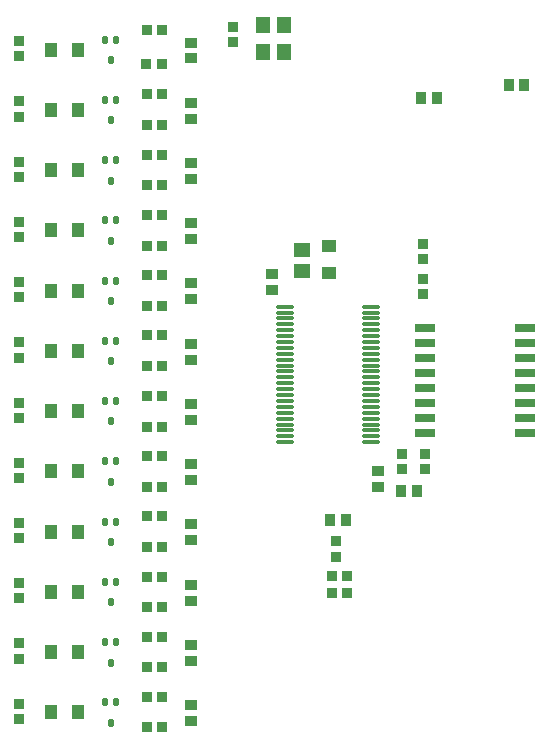
<source format=gtp>
%FSLAX23Y23*%
%MOIN*%
%SFA1B1*%

%IPPOS*%
%AMD17*
4,1,8,0.004900,0.014800,-0.004900,0.014800,-0.009800,0.009800,-0.009800,-0.009800,-0.004900,-0.014800,0.004900,-0.014800,0.009800,-0.009800,0.009800,0.009800,0.004900,0.014800,0.0*
1,1,0.009840,0.004900,0.009800*
1,1,0.009840,-0.004900,0.009800*
1,1,0.009840,-0.004900,-0.009800*
1,1,0.009840,0.004900,-0.009800*
%
G04~CAMADD=17~8~0.0~0.0~196.8~295.3~49.2~0.0~15~0.0~0.0~0.0~0.0~0~0.0~0.0~0.0~0.0~0~0.0~0.0~0.0~0.0~196.8~295.3*
%ADD17D17*%
%ADD18R,0.033470X0.037400*%
%ADD19R,0.037400X0.033470*%
%ADD20R,0.045280X0.053150*%
%ADD21R,0.035430X0.039370*%
%ADD22R,0.039370X0.035430*%
%ADD23R,0.053150X0.045280*%
%ADD24R,0.065750X0.029920*%
%ADD25R,0.051180X0.043310*%
%ADD26O,0.062990X0.013390*%
%ADD27R,0.043310X0.051180*%
%LNbms-1*%
%LPD*%
G54D17*
X798Y407D03*
X759D03*
X779Y338D03*
X798Y607D03*
X759D03*
X779Y539D03*
X798Y808D03*
X759D03*
X779Y740D03*
X798Y1009D03*
X759D03*
X779Y941D03*
X798Y1210D03*
X759D03*
X779Y1142D03*
Y1342D03*
X759Y1411D03*
X798D03*
Y1611D03*
X759D03*
X779Y1543D03*
X798Y1812D03*
X759D03*
X779Y1744D03*
X798Y2013D03*
X759D03*
X779Y1945D03*
X798Y2414D03*
X759D03*
X779Y2346D03*
X798Y2214D03*
X759D03*
X779Y2146D03*
X798Y206D03*
X759D03*
X779Y138D03*
G54D18*
X949Y2335D03*
X898D03*
X1567Y569D03*
X1516D03*
X1567Y627D03*
X1516D03*
X899Y2446D03*
X950D03*
X899Y2232D03*
X950D03*
X899Y2129D03*
X950D03*
X899Y2031D03*
X950D03*
X899Y1929D03*
X950D03*
X899Y1830D03*
X950D03*
X899Y1728D03*
X950D03*
X899Y1629D03*
X950D03*
X899Y1527D03*
X950D03*
X899Y1429D03*
X950D03*
X899Y1326D03*
X950D03*
X899Y1125D03*
X950D03*
X899Y1228D03*
X950D03*
X899Y1027D03*
X950D03*
X899Y925D03*
X950D03*
X899Y826D03*
X950D03*
X899Y724D03*
X950D03*
X899Y625D03*
X950D03*
X899Y523D03*
X950D03*
X899Y425D03*
X950D03*
X899Y322D03*
X950D03*
X899Y224D03*
X950D03*
X899Y122D03*
X950D03*
G54D19*
X1187Y2407D03*
Y2458D03*
X1531Y743D03*
Y691D03*
X1825Y1035D03*
Y984D03*
X1749Y1035D03*
Y984D03*
X1821Y1682D03*
Y1733D03*
Y1618D03*
Y1566D03*
X472Y201D03*
Y150D03*
Y402D03*
Y351D03*
Y603D03*
Y552D03*
Y804D03*
Y752D03*
Y1004D03*
Y953D03*
Y1205D03*
Y1154D03*
Y1406D03*
Y1355D03*
Y1607D03*
Y1556D03*
Y1808D03*
Y1756D03*
Y2008D03*
Y1957D03*
Y2209D03*
Y2158D03*
Y2410D03*
Y2359D03*
G54D20*
X1286Y2462D03*
X1355D03*
X1286Y2375D03*
X1355D03*
G54D21*
X1563Y815D03*
X1509D03*
X1801Y909D03*
X1748D03*
X2158Y2263D03*
X2105D03*
X1814Y2219D03*
X1867D03*
G54D22*
X1670Y978D03*
Y925D03*
X1317Y1634D03*
Y1581D03*
X1047Y143D03*
Y196D03*
Y344D03*
Y397D03*
Y545D03*
Y598D03*
Y746D03*
Y799D03*
Y946D03*
Y1000D03*
Y1147D03*
Y1200D03*
Y1348D03*
Y1401D03*
Y1549D03*
Y1602D03*
Y1750D03*
Y1803D03*
Y1950D03*
Y2003D03*
Y2151D03*
Y2204D03*
Y2352D03*
Y2405D03*
G54D23*
X1415Y1712D03*
Y1643D03*
G54D24*
X1825Y1204D03*
Y1454D03*
X2161D03*
X1825Y1104D03*
Y1154D03*
Y1254D03*
Y1304D03*
Y1354D03*
Y1404D03*
X2161D03*
Y1354D03*
Y1304D03*
Y1254D03*
Y1204D03*
Y1154D03*
Y1104D03*
G54D25*
X1507Y1728D03*
Y1637D03*
G54D26*
X1647Y1407D03*
X1360Y1525D03*
Y1505D03*
Y1486D03*
Y1466D03*
Y1446D03*
Y1427D03*
Y1407D03*
Y1387D03*
Y1368D03*
Y1348D03*
Y1328D03*
Y1309D03*
Y1289D03*
Y1269D03*
Y1250D03*
Y1230D03*
Y1210D03*
Y1190D03*
Y1171D03*
Y1151D03*
Y1131D03*
Y1112D03*
Y1092D03*
Y1072D03*
X1647Y1525D03*
Y1505D03*
Y1486D03*
Y1466D03*
Y1446D03*
Y1427D03*
Y1387D03*
Y1368D03*
Y1348D03*
Y1328D03*
Y1309D03*
Y1289D03*
Y1269D03*
Y1250D03*
Y1230D03*
Y1210D03*
Y1190D03*
Y1171D03*
Y1151D03*
Y1131D03*
Y1112D03*
Y1092D03*
Y1072D03*
G54D27*
X581Y2381D03*
X671D03*
X581Y2181D03*
X671D03*
X581Y1980D03*
X671D03*
X581Y1779D03*
X671D03*
X581Y1578D03*
X671D03*
X581Y1377D03*
X671D03*
X581Y1177D03*
X671D03*
X581Y976D03*
X671D03*
X581Y775D03*
X671D03*
X581Y574D03*
X671D03*
X581Y374D03*
X671D03*
X581Y173D03*
X671D03*
M02*
</source>
